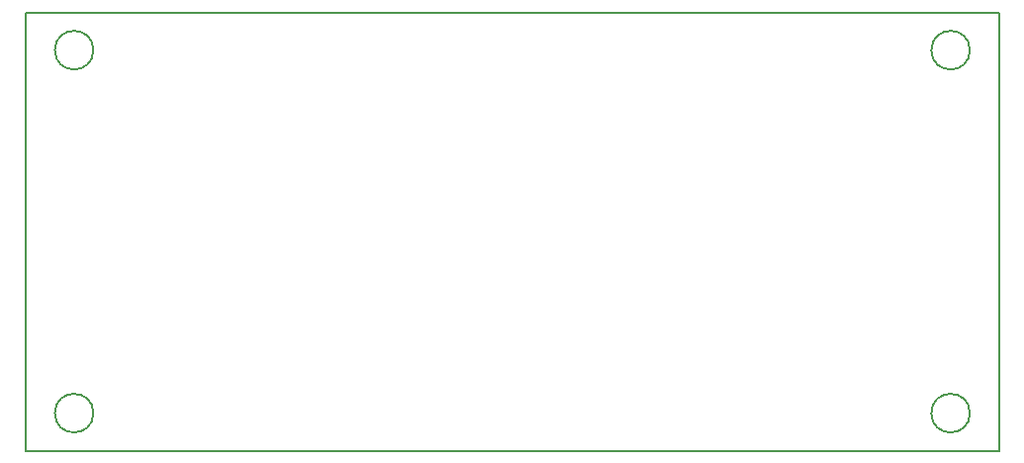
<source format=gbr>
G04 #@! TF.GenerationSoftware,KiCad,Pcbnew,(5.1.5)-3*
G04 #@! TF.CreationDate,2020-07-14T08:47:51-04:00*
G04 #@! TF.ProjectId,WR9R_Raduino,57523952-5f52-4616-9475-696e6f2e6b69,rev?*
G04 #@! TF.SameCoordinates,Original*
G04 #@! TF.FileFunction,Profile,NP*
%FSLAX46Y46*%
G04 Gerber Fmt 4.6, Leading zero omitted, Abs format (unit mm)*
G04 Created by KiCad (PCBNEW (5.1.5)-3) date 2020-07-14 08:47:51*
%MOMM*%
%LPD*%
G04 APERTURE LIST*
%ADD10C,0.200000*%
G04 APERTURE END LIST*
D10*
X68237100Y-79959200D02*
X98361500Y-79959200D01*
X68237100Y-117474999D02*
X68237100Y-79959200D01*
X151549099Y-117474999D02*
X68237100Y-117474999D01*
X151549099Y-109270800D02*
X151549099Y-117474999D01*
X98361500Y-79959200D02*
X151549099Y-79959200D01*
X151549099Y-79959200D02*
X151549099Y-109270800D01*
X149047199Y-114249200D02*
G75*
G03X149047199Y-114249200I-1651000J0D01*
G01*
X74041000Y-114249200D02*
G75*
G03X74041000Y-114249200I-1651000J0D01*
G01*
X149047199Y-83185000D02*
G75*
G03X149047199Y-83185000I-1651000J0D01*
G01*
X74041000Y-83185000D02*
G75*
G03X74041000Y-83185000I-1651000J0D01*
G01*
M02*

</source>
